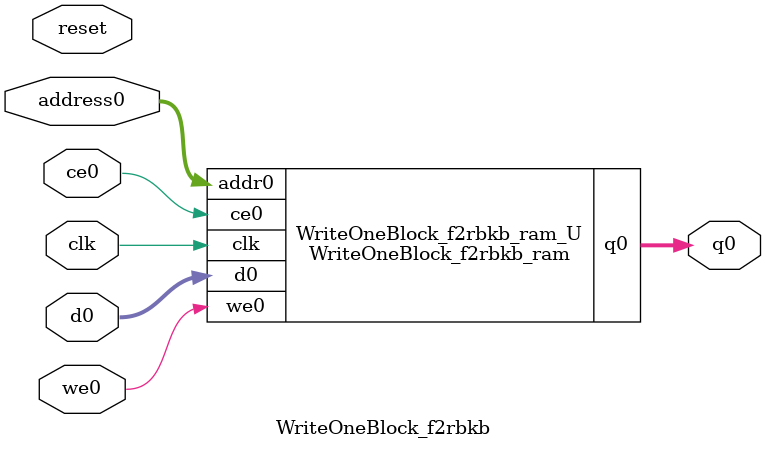
<source format=v>

`timescale 1 ns / 1 ps
module WriteOneBlock_f2rbkb_ram (addr0, ce0, d0, we0, q0,  clk);

parameter DWIDTH = 8;
parameter AWIDTH = 4;
parameter MEM_SIZE = 16;

input[AWIDTH-1:0] addr0;
input ce0;
input[DWIDTH-1:0] d0;
input we0;
output reg[DWIDTH-1:0] q0;
input clk;

(* ram_style = "distributed" *)reg [DWIDTH-1:0] ram[0:MEM_SIZE-1];




always @(posedge clk)  
begin 
    if (ce0) 
    begin
        if (we0) 
        begin 
            ram[addr0] <= d0; 
            q0 <= d0;
        end 
        else 
            q0 <= ram[addr0];
    end
end


endmodule


`timescale 1 ns / 1 ps
module WriteOneBlock_f2rbkb(
    reset,
    clk,
    address0,
    ce0,
    we0,
    d0,
    q0);

parameter DataWidth = 32'd8;
parameter AddressRange = 32'd16;
parameter AddressWidth = 32'd4;
input reset;
input clk;
input[AddressWidth - 1:0] address0;
input ce0;
input we0;
input[DataWidth - 1:0] d0;
output[DataWidth - 1:0] q0;



WriteOneBlock_f2rbkb_ram WriteOneBlock_f2rbkb_ram_U(
    .clk( clk ),
    .addr0( address0 ),
    .ce0( ce0 ),
    .d0( d0 ),
    .we0( we0 ),
    .q0( q0 ));

endmodule


</source>
